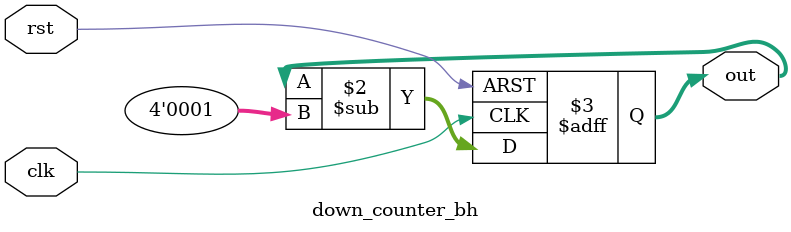
<source format=v>
`timescale 1ns / 1ps


module down_counter_bh(
input clk, rst,
output reg [3:0]out
    );
    always @(posedge clk or posedge rst)begin 
    if (rst)
    out <= 4'd15;
    else
    out <= out-4'd1;
    end
endmodule

</source>
